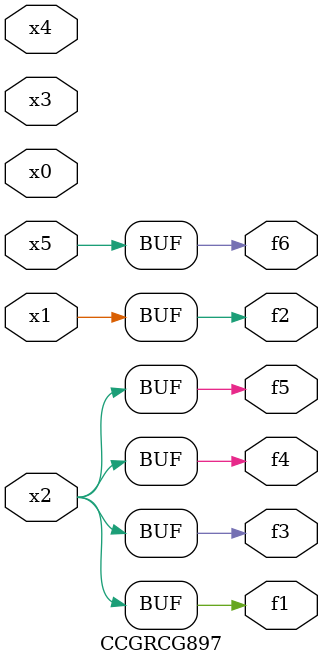
<source format=v>
module CCGRCG897(
	input x0, x1, x2, x3, x4, x5,
	output f1, f2, f3, f4, f5, f6
);
	assign f1 = x2;
	assign f2 = x1;
	assign f3 = x2;
	assign f4 = x2;
	assign f5 = x2;
	assign f6 = x5;
endmodule

</source>
